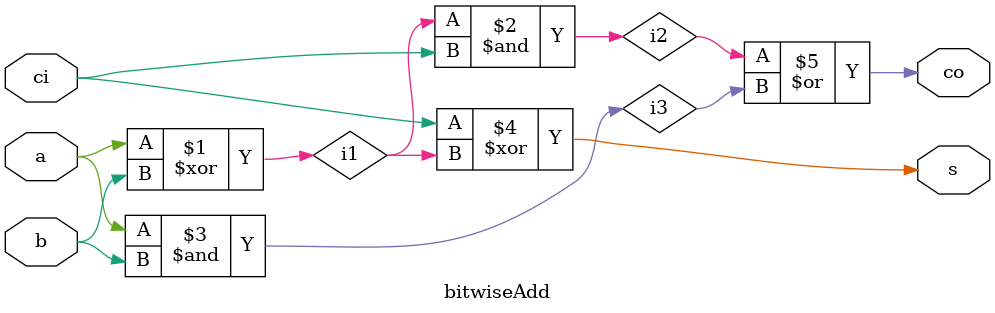
<source format=v>
`timescale 1ns / 1ps


module bitwiseAdd(
    input a,
    input b,
    input ci,
    output s,
    output co
    );
    wire i1, i2, i3;
    
    assign i1 = a ^ b;
    assign i2 = i1 & ci;
    assign i3 = a & b;
    
    assign s = ci ^ i1;
    
    assign co = i2 | i3;
    
endmodule
</source>
